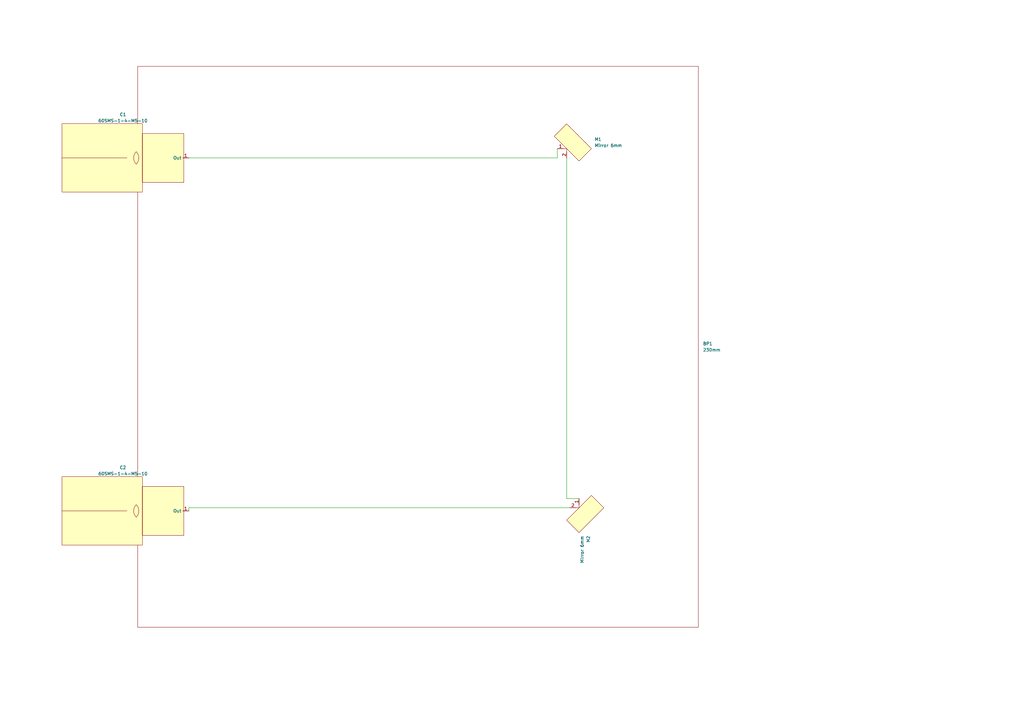
<source format=kicad_sch>
(kicad_sch (version 20231120) (generator "eeschema") (generator_version "8.0")
  (paper "A3")
  (lib_symbols
    (symbol "Optics:Baseplate230x230" (pin_names hide)
      (property "Reference" "BP" (at 0 0 0))
      (property "Value" "230mm" (at 0.254 -2.286 0))
      (symbol "Baseplate230x230_1_1"
        (rectangle (start -115 115) (end 115 -115))
      )
    )
    (symbol "Optics:Collimator_S&K_M5"
      (property "Reference" "C" (at 5.08 12.7 0))
      (symbol "Collimator_S&K_M5_1_1"
        (rectangle (start -33 14) (end 0 -14) (fill (type background)))
        (arc (start -2.54 -2.54) (mid -1.4879 0) (end -2.54 2.54))
        (arc (start -2.54 2.54) (mid -3.5921 0) (end -2.54 -2.54))
        (polyline (pts (xy -33.02 0) (xy -6.35 0)))
        (rectangle (start 0 10) (end 17 -10) (fill (type background)))
        (pin passive line (at 19.05 0 180) (length 2.54) (name "Out") (number "1"))
      )
    )
    (symbol "Optics:Mirror6mmE02"
      (property "Reference" "M5" (at 6.858 0 90))
      (property "Value" "Mirror 6mm" (at 4.826 -0.254 90))
      (symbol "Mirror6mmE02_1_1"
        (polyline (pts (xy -1.27 0) (xy 0 0) (xy 0 -1.27)))
        (polyline (pts (xy 0 0) (xy -5.08 5.08) (xy 0 10.16) (xy 10.16 0) (xy 5.08 -5.08) (xy 0 0)) (fill (type background)))
        (pin passive line (at -3.81 0 0) (length 2.54) (name "In") (number "1"))
        (pin passive line (at 0 -3.81 90) (length 2.54) (name "Out") (number "2"))
      )
    )
  )
  (wire (pts (xy 232.41 64.77) (xy 232.41 204.47)))
  (wire (pts (xy 232.41 204.47) (xy 237.49 204.47)))
  (wire (pts (xy 228.6 64.77) (xy 228.6 60.96)))
  (wire (pts (xy 77.47 208.28) (xy 77.47 209.55)))
  (wire (pts (xy 233.68 208.28) (xy 77.47 208.28)))
  (wire (pts (xy 77.47 64.77) (xy 228.6 64.77)))
  (symbol (lib_id "Optics:Mirror6mmE02") (at 232.41 60.96 0) (unit 1)
    (property "Reference" "M1" (at 243.84 57.1499 0) (effects (justify left)))
    (property "Value" "Mirror 6mm" (at 243.84 59.6899 0) (effects (justify left)))
    (property "Footprint" "Optics:Mirror6mm" (effects (hide yes)))
  )
  (symbol (lib_id "Optics:Baseplate230x230") (at 171.45 142.24 0) (unit 1)
    (property "Reference" "BP1" (at 288.29 140.9699 0) (effects (justify left)))
    (property "Value" "230mm" (at 288.29 143.5099 0) (effects (justify left)))
    (property "Footprint" "Optics:Baseplate230mm" (effects (hide yes)))
  )
  (symbol (lib_id "Optics:Mirror6mmE02") (at 237.49 208.28 270) (unit 1)
    (property "Reference" "M2" (at 241.3001 219.71 0) (effects (justify left)))
    (property "Value" "Mirror 6mm" (at 238.7601 219.71 0) (effects (justify left)))
    (property "Footprint" "Optics:Mirror6mm" (effects (hide yes)))
  )
  (symbol (lib_id "Optics:Collimator_S&K_M5") (at 58.42 64.77 0) (unit 1)
    (property "Reference" "C1" (at 50.41 46.99 0))
    (property "Value" "60SMS-1-4-M5-10" (at 50.41 49.53 0))
    (property "Footprint" "Optics:S&KCollimator_V1" (effects (hide yes)))
  )
  (symbol (lib_id "Optics:Collimator_S&K_M5") (at 58.42 209.55 0) (unit 1)
    (property "Reference" "C2" (at 50.41 191.77 0))
    (property "Value" "60SMS-1-4-M5-10" (at 50.41 194.31 0))
    (property "Footprint" "Optics:S&KCollimator_V1" (effects (hide yes)))
  )
)
</source>
